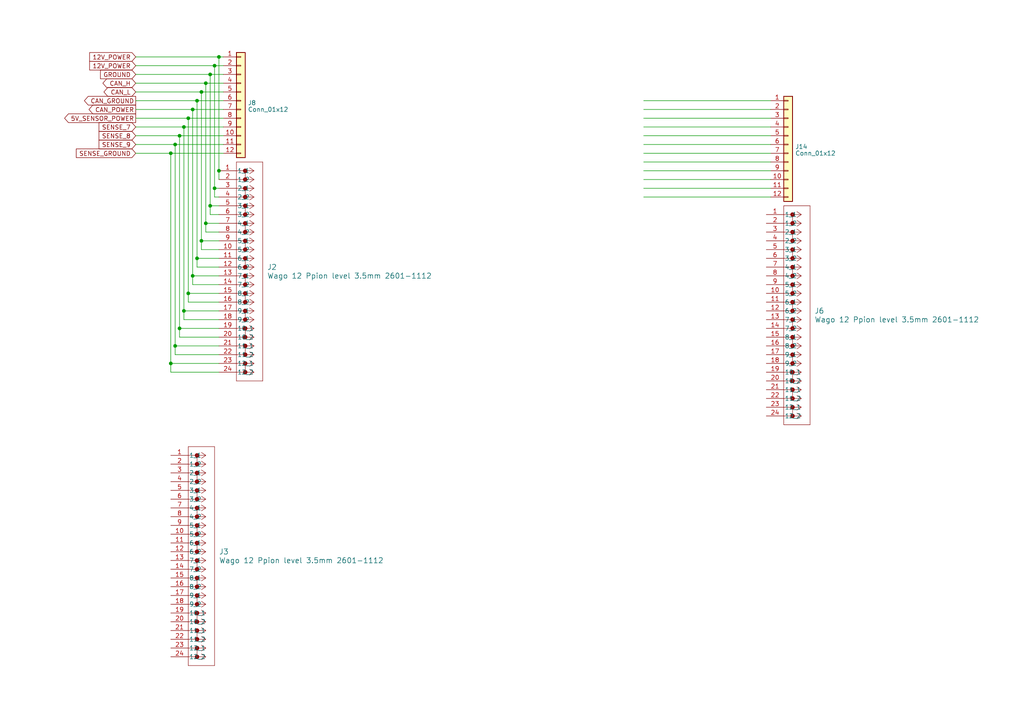
<source format=kicad_sch>
(kicad_sch (version 20250114) (generator "eeschema") (generator_version "9.0")
  (paper "A4")
  (title_block (title "l8"))
  (lib_symbols
    (symbol "Connector_Generic:Conn_01x12" (pin_names (offset 1.016) (hide yes))
      (property "Reference" "J" (at 0 15.24 0))
      (property "Value" "Conn_01x12" (at 0 -17.78 0))
      (symbol "Conn_01x12_1_1"
        (rectangle (start -1.27 13.97) (end 1.27 -16.51) (stroke (width 0.254)) (fill (type background)))
        (rectangle (start -1.27 12.827) (end 0 12.573) (stroke (width 0.1524)))
        (rectangle (start -1.27 10.287) (end 0 10.033) (stroke (width 0.1524)))
        (rectangle (start -1.27 7.747) (end 0 7.493) (stroke (width 0.1524)))
        (rectangle (start -1.27 5.207) (end 0 4.953) (stroke (width 0.1524)))
        (rectangle (start -1.27 2.667) (end 0 2.413) (stroke (width 0.1524)))
        (rectangle (start -1.27 0.127) (end 0 -0.127) (stroke (width 0.1524)))
        (rectangle (start -1.27 -2.413) (end 0 -2.667) (stroke (width 0.1524)))
        (rectangle (start -1.27 -4.953) (end 0 -5.207) (stroke (width 0.1524)))
        (rectangle (start -1.27 -7.493) (end 0 -7.747) (stroke (width 0.1524)))
        (rectangle (start -1.27 -10.033) (end 0 -10.287) (stroke (width 0.1524)))
        (rectangle (start -1.27 -12.573) (end 0 -12.827) (stroke (width 0.1524)))
        (rectangle (start -1.27 -15.113) (end 0 -15.367) (stroke (width 0.1524)))
        (pin passive line (at -5.08 12.7 0) (length 3.81) (name "Pin_1") (number "1"))
        (pin passive line (at -5.08 10.16 0) (length 3.81) (name "Pin_2") (number "2"))
        (pin passive line (at -5.08 7.62 0) (length 3.81) (name "Pin_3") (number "3"))
        (pin passive line (at -5.08 5.08 0) (length 3.81) (name "Pin_4") (number "4"))
        (pin passive line (at -5.08 2.54 0) (length 3.81) (name "Pin_5") (number "5"))
        (pin passive line (at -5.08 0 0) (length 3.81) (name "Pin_6") (number "6"))
        (pin passive line (at -5.08 -2.54 0) (length 3.81) (name "Pin_7") (number "7"))
        (pin passive line (at -5.08 -5.08 0) (length 3.81) (name "Pin_8") (number "8"))
        (pin passive line (at -5.08 -7.62 0) (length 3.81) (name "Pin_9") (number "9"))
        (pin passive line (at -5.08 -10.16 0) (length 3.81) (name "Pin_10") (number "10"))
        (pin passive line (at -5.08 -12.7 0) (length 3.81) (name "Pin_11") (number "11"))
        (pin passive line (at -5.08 -15.24 0) (length 3.81) (name "Pin_12") (number "12"))
      )
    )
    (symbol "dnt_global:Wago 12 Ppion level 3.5mm 2601-1112" (pin_names (offset 0.254))
      (property "Reference" "J" (at 8.89 6.35 0))
      (property "Value" "Wago 12 pin  1 level 3.5mm 2601-1112" (at 0 0 0))
      (symbol "Wago 12 Ppion level 3.5mm 2601-1112_1_1"
        (polyline (pts (xy 5.08 2.54) (xy 5.08 -60.96)) (stroke (width 0.127)))
        (polyline (pts (xy 5.08 -60.96) (xy 12.7 -60.96)) (stroke (width 0.127)))
        (polyline (pts (xy 7.62 0) (xy 7.62 -2.54)) (stroke (width 0.127)))
        (circle (center 7.62 0) (radius 0.127) (stroke (width 0.508)))
        (circle (center 7.62 -2.54) (radius 0.127) (stroke (width 0.508)))
        (polyline (pts (xy 7.62 -5.08) (xy 7.62 -7.62)) (stroke (width 0.127)))
        (circle (center 7.62 -5.08) (radius 0.127) (stroke (width 0.508)))
        (circle (center 7.62 -7.62) (radius 0.127) (stroke (width 0.508)))
        (polyline (pts (xy 7.62 -10.16) (xy 7.62 -12.7)) (stroke (width 0.127)))
        (circle (center 7.62 -10.16) (radius 0.127) (stroke (width 0.508)))
        (circle (center 7.62 -12.7) (radius 0.127) (stroke (width 0.508)))
        (polyline (pts (xy 7.62 -15.24) (xy 7.62 -17.78)) (stroke (width 0.127)))
        (circle (center 7.62 -15.24) (radius 0.127) (stroke (width 0.508)))
        (circle (center 7.62 -17.78) (radius 0.127) (stroke (width 0.508)))
        (polyline (pts (xy 7.62 -20.32) (xy 7.62 -22.86)) (stroke (width 0.127)))
        (circle (center 7.62 -20.32) (radius 0.127) (stroke (width 0.508)))
        (circle (center 7.62 -22.86) (radius 0.127) (stroke (width 0.508)))
        (polyline (pts (xy 7.62 -25.4) (xy 7.62 -27.94)) (stroke (width 0.127)))
        (circle (center 7.62 -25.4) (radius 0.127) (stroke (width 0.508)))
        (circle (center 7.62 -27.94) (radius 0.127) (stroke (width 0.508)))
        (polyline (pts (xy 7.62 -30.48) (xy 7.62 -33.02)) (stroke (width 0.127)))
        (circle (center 7.62 -30.48) (radius 0.127) (stroke (width 0.508)))
        (circle (center 7.62 -33.02) (radius 0.127) (stroke (width 0.508)))
        (polyline (pts (xy 7.62 -35.56) (xy 7.62 -38.1)) (stroke (width 0.127)))
        (circle (center 7.62 -35.56) (radius 0.127) (stroke (width 0.508)))
        (circle (center 7.62 -38.1) (radius 0.127) (stroke (width 0.508)))
        (polyline (pts (xy 7.62 -40.64) (xy 7.62 -43.18)) (stroke (width 0.127)))
        (circle (center 7.62 -40.64) (radius 0.127) (stroke (width 0.508)))
        (circle (center 7.62 -43.18) (radius 0.127) (stroke (width 0.508)))
        (polyline (pts (xy 7.62 -45.72) (xy 7.62 -48.26)) (stroke (width 0.127)))
        (circle (center 7.62 -45.72) (radius 0.127) (stroke (width 0.508)))
        (circle (center 7.62 -48.26) (radius 0.127) (stroke (width 0.508)))
        (polyline (pts (xy 7.62 -50.8) (xy 7.62 -53.34)) (stroke (width 0.127)))
        (circle (center 7.62 -50.8) (radius 0.127) (stroke (width 0.508)))
        (circle (center 7.62 -53.34) (radius 0.127) (stroke (width 0.508)))
        (polyline (pts (xy 7.62 -55.88) (xy 7.62 -58.42)) (stroke (width 0.127)))
        (circle (center 7.62 -55.88) (radius 0.127) (stroke (width 0.508)))
        (circle (center 7.62 -58.42) (radius 0.127) (stroke (width 0.508)))
        (polyline (pts (xy 10.16 0) (xy 5.08 0)) (stroke (width 0.127)))
        (polyline (pts (xy 10.16 0) (xy 8.89 0.8467)) (stroke (width 0.127)))
        (polyline (pts (xy 10.16 0) (xy 8.89 -0.8467)) (stroke (width 0.127)))
        (polyline (pts (xy 10.16 -2.54) (xy 5.08 -2.54)) (stroke (width 0.127)))
        (polyline (pts (xy 10.16 -2.54) (xy 8.89 -1.6933)) (stroke (width 0.127)))
        (polyline (pts (xy 10.16 -2.54) (xy 8.89 -3.3867)) (stroke (width 0.127)))
        (polyline (pts (xy 10.16 -5.08) (xy 5.08 -5.08)) (stroke (width 0.127)))
        (polyline (pts (xy 10.16 -5.08) (xy 8.89 -4.2333)) (stroke (width 0.127)))
        (polyline (pts (xy 10.16 -5.08) (xy 8.89 -5.9267)) (stroke (width 0.127)))
        (polyline (pts (xy 10.16 -7.62) (xy 5.08 -7.62)) (stroke (width 0.127)))
        (polyline (pts (xy 10.16 -7.62) (xy 8.89 -6.7733)) (stroke (width 0.127)))
        (polyline (pts (xy 10.16 -7.62) (xy 8.89 -8.4667)) (stroke (width 0.127)))
        (polyline (pts (xy 10.16 -10.16) (xy 5.08 -10.16)) (stroke (width 0.127)))
        (polyline (pts (xy 10.16 -10.16) (xy 8.89 -9.3133)) (stroke (width 0.127)))
        (polyline (pts (xy 10.16 -10.16) (xy 8.89 -11.0067)) (stroke (width 0.127)))
        (polyline (pts (xy 10.16 -12.7) (xy 5.08 -12.7)) (stroke (width 0.127)))
        (polyline (pts (xy 10.16 -12.7) (xy 8.89 -11.8533)) (stroke (width 0.127)))
        (polyline (pts (xy 10.16 -12.7) (xy 8.89 -13.5467)) (stroke (width 0.127)))
        (polyline (pts (xy 10.16 -15.24) (xy 5.08 -15.24)) (stroke (width 0.127)))
        (polyline (pts (xy 10.16 -15.24) (xy 8.89 -14.3933)) (stroke (width 0.127)))
        (polyline (pts (xy 10.16 -15.24) (xy 8.89 -16.0867)) (stroke (width 0.127)))
        (polyline (pts (xy 10.16 -17.78) (xy 5.08 -17.78)) (stroke (width 0.127)))
        (polyline (pts (xy 10.16 -17.78) (xy 8.89 -16.9333)) (stroke (width 0.127)))
        (polyline (pts (xy 10.16 -17.78) (xy 8.89 -18.6267)) (stroke (width 0.127)))
        (polyline (pts (xy 10.16 -20.32) (xy 5.08 -20.32)) (stroke (width 0.127)))
        (polyline (pts (xy 10.16 -20.32) (xy 8.89 -19.4733)) (stroke (width 0.127)))
        (polyline (pts (xy 10.16 -20.32) (xy 8.89 -21.1667)) (stroke (width 0.127)))
        (polyline (pts (xy 10.16 -22.86) (xy 5.08 -22.86)) (stroke (width 0.127)))
        (polyline (pts (xy 10.16 -22.86) (xy 8.89 -22.0133)) (stroke (width 0.127)))
        (polyline (pts (xy 10.16 -22.86) (xy 8.89 -23.7067)) (stroke (width 0.127)))
        (polyline (pts (xy 10.16 -25.4) (xy 5.08 -25.4)) (stroke (width 0.127)))
        (polyline (pts (xy 10.16 -25.4) (xy 8.89 -24.5533)) (stroke (width 0.127)))
        (polyline (pts (xy 10.16 -25.4) (xy 8.89 -26.2467)) (stroke (width 0.127)))
        (polyline (pts (xy 10.16 -27.94) (xy 5.08 -27.94)) (stroke (width 0.127)))
        (polyline (pts (xy 10.16 -27.94) (xy 8.89 -27.0933)) (stroke (width 0.127)))
        (polyline (pts (xy 10.16 -27.94) (xy 8.89 -28.7867)) (stroke (width 0.127)))
        (polyline (pts (xy 10.16 -30.48) (xy 5.08 -30.48)) (stroke (width 0.127)))
        (polyline (pts (xy 10.16 -30.48) (xy 8.89 -29.6333)) (stroke (width 0.127)))
        (polyline (pts (xy 10.16 -30.48) (xy 8.89 -31.3267)) (stroke (width 0.127)))
        (polyline (pts (xy 10.16 -33.02) (xy 5.08 -33.02)) (stroke (width 0.127)))
        (polyline (pts (xy 10.16 -33.02) (xy 8.89 -32.1733)) (stroke (width 0.127)))
        (polyline (pts (xy 10.16 -33.02) (xy 8.89 -33.8667)) (stroke (width 0.127)))
        (polyline (pts (xy 10.16 -35.56) (xy 5.08 -35.56)) (stroke (width 0.127)))
        (polyline (pts (xy 10.16 -35.56) (xy 8.89 -34.7133)) (stroke (width 0.127)))
        (polyline (pts (xy 10.16 -35.56) (xy 8.89 -36.4067)) (stroke (width 0.127)))
        (polyline (pts (xy 10.16 -38.1) (xy 5.08 -38.1)) (stroke (width 0.127)))
        (polyline (pts (xy 10.16 -38.1) (xy 8.89 -37.2533)) (stroke (width 0.127)))
        (polyline (pts (xy 10.16 -38.1) (xy 8.89 -38.9467)) (stroke (width 0.127)))
        (polyline (pts (xy 10.16 -40.64) (xy 5.08 -40.64)) (stroke (width 0.127)))
        (polyline (pts (xy 10.16 -40.64) (xy 8.89 -39.7933)) (stroke (width 0.127)))
        (polyline (pts (xy 10.16 -40.64) (xy 8.89 -41.4867)) (stroke (width 0.127)))
        (polyline (pts (xy 10.16 -43.18) (xy 5.08 -43.18)) (stroke (width 0.127)))
        (polyline (pts (xy 10.16 -43.18) (xy 8.89 -42.3333)) (stroke (width 0.127)))
        (polyline (pts (xy 10.16 -43.18) (xy 8.89 -44.0267)) (stroke (width 0.127)))
        (polyline (pts (xy 10.16 -45.72) (xy 5.08 -45.72)) (stroke (width 0.127)))
        (polyline (pts (xy 10.16 -45.72) (xy 8.89 -44.8733)) (stroke (width 0.127)))
        (polyline (pts (xy 10.16 -45.72) (xy 8.89 -46.5667)) (stroke (width 0.127)))
        (polyline (pts (xy 10.16 -48.26) (xy 5.08 -48.26)) (stroke (width 0.127)))
        (polyline (pts (xy 10.16 -48.26) (xy 8.89 -47.4133)) (stroke (width 0.127)))
        (polyline (pts (xy 10.16 -48.26) (xy 8.89 -49.1067)) (stroke (width 0.127)))
        (polyline (pts (xy 10.16 -50.8) (xy 5.08 -50.8)) (stroke (width 0.127)))
        (polyline (pts (xy 10.16 -50.8) (xy 8.89 -49.9533)) (stroke (width 0.127)))
        (polyline (pts (xy 10.16 -50.8) (xy 8.89 -51.6467)) (stroke (width 0.127)))
        (polyline (pts (xy 10.16 -53.34) (xy 5.08 -53.34)) (stroke (width 0.127)))
        (polyline (pts (xy 10.16 -53.34) (xy 8.89 -52.4933)) (stroke (width 0.127)))
        (polyline (pts (xy 10.16 -53.34) (xy 8.89 -54.1867)) (stroke (width 0.127)))
        (polyline (pts (xy 10.16 -55.88) (xy 5.08 -55.88)) (stroke (width 0.127)))
        (polyline (pts (xy 10.16 -55.88) (xy 8.89 -55.0333)) (stroke (width 0.127)))
        (polyline (pts (xy 10.16 -55.88) (xy 8.89 -56.7267)) (stroke (width 0.127)))
        (polyline (pts (xy 10.16 -58.42) (xy 5.08 -58.42)) (stroke (width 0.127)))
        (polyline (pts (xy 10.16 -58.42) (xy 8.89 -57.5733)) (stroke (width 0.127)))
        (polyline (pts (xy 10.16 -58.42) (xy 8.89 -59.2667)) (stroke (width 0.127)))
        (polyline (pts (xy 12.7 2.54) (xy 5.08 2.54)) (stroke (width 0.127)))
        (polyline (pts (xy 12.7 -60.96) (xy 12.7 2.54)) (stroke (width 0.127)))
        (pin unspecified line (at 0 0 0) (length 5.08) (name "1_1") (number "1"))
        (pin unspecified line (at 0 -2.54 0) (length 5.08) (name "1_2") (number "2"))
        (pin unspecified line (at 0 -5.08 0) (length 5.08) (name "2_1") (number "3"))
        (pin unspecified line (at 0 -7.62 0) (length 5.08) (name "2_2") (number "4"))
        (pin unspecified line (at 0 -10.16 0) (length 5.08) (name "3_1") (number "5"))
        (pin unspecified line (at 0 -12.7 0) (length 5.08) (name "3_2") (number "6"))
        (pin unspecified line (at 0 -15.24 0) (length 5.08) (name "4_1") (number "7"))
        (pin unspecified line (at 0 -17.78 0) (length 5.08) (name "4_2") (number "8"))
        (pin unspecified line (at 0 -20.32 0) (length 5.08) (name "5_1") (number "9"))
        (pin unspecified line (at 0 -22.86 0) (length 5.08) (name "5_2") (number "10"))
        (pin unspecified line (at 0 -25.4 0) (length 5.08) (name "6_1") (number "11"))
        (pin unspecified line (at 0 -27.94 0) (length 5.08) (name "6_2") (number "12"))
        (pin unspecified line (at 0 -30.48 0) (length 5.08) (name "7_1") (number "13"))
        (pin unspecified line (at 0 -33.02 0) (length 5.08) (name "7_2") (number "14"))
        (pin unspecified line (at 0 -35.56 0) (length 5.08) (name "8_1") (number "15"))
        (pin unspecified line (at 0 -38.1 0) (length 5.08) (name "8_2") (number "16"))
        (pin unspecified line (at 0 -40.64 0) (length 5.08) (name "9_1") (number "17"))
        (pin unspecified line (at 0 -43.18 0) (length 5.08) (name "9_2") (number "18"))
        (pin unspecified line (at 0 -45.72 0) (length 5.08) (name "10_1") (number "19"))
        (pin unspecified line (at 0 -48.26 0) (length 5.08) (name "10_2") (number "20"))
        (pin unspecified line (at 0 -50.8 0) (length 5.08) (name "11_1") (number "21"))
        (pin unspecified line (at 0 -53.34 0) (length 5.08) (name "11_2") (number "22"))
        (pin unspecified line (at 0 -55.88 0) (length 5.08) (name "12_1") (number "23"))
        (pin unspecified line (at 0 -58.42 0) (length 5.08) (name "12_2") (number "24"))
      )
      (symbol "Wago 12 Ppion level 3.5mm 2601-1112_1_2"
        (polyline (pts (xy 5.08 2.54) (xy 5.08 -60.96)) (stroke (width 0.127)))
        (polyline (pts (xy 5.08 -60.96) (xy 12.7 -60.96)) (stroke (width 0.127)))
        (polyline (pts (xy 7.62 0) (xy 7.62 -2.54)) (stroke (width 0.127)))
        (circle (center 7.62 0) (radius 0.127) (stroke (width 0.508)))
        (circle (center 7.62 -2.54) (radius 0.127) (stroke (width 0.508)))
        (polyline (pts (xy 7.62 -5.08) (xy 7.62 -7.62)) (stroke (width 0.127)))
        (circle (center 7.62 -5.08) (radius 0.127) (stroke (width 0.508)))
        (circle (center 7.62 -7.62) (radius 0.127) (stroke (width 0.508)))
        (polyline (pts (xy 7.62 -10.16) (xy 7.62 -12.7)) (stroke (width 0.127)))
        (circle (center 7.62 -10.16) (radius 0.127) (stroke (width 0.508)))
        (circle (center 7.62 -12.7) (radius 0.127) (stroke (width 0.508)))
        (polyline (pts (xy 7.62 -15.24) (xy 7.62 -17.78)) (stroke (width 0.127)))
        (circle (center 7.62 -15.24) (radius 0.127) (stroke (width 0.508)))
        (circle (center 7.62 -17.78) (radius 0.127) (stroke (width 0.508)))
        (polyline (pts (xy 7.62 -20.32) (xy 7.62 -22.86)) (stroke (width 0.127)))
        (circle (center 7.62 -20.32) (radius 0.127) (stroke (width 0.508)))
        (circle (center 7.62 -22.86) (radius 0.127) (stroke (width 0.508)))
        (polyline (pts (xy 7.62 -25.4) (xy 7.62 -27.94)) (stroke (width 0.127)))
        (circle (center 7.62 -25.4) (radius 0.127) (stroke (width 0.508)))
        (circle (center 7.62 -27.94) (radius 0.127) (stroke (width 0.508)))
        (polyline (pts (xy 7.62 -30.48) (xy 7.62 -33.02)) (stroke (width 0.127)))
        (circle (center 7.62 -30.48) (radius 0.127) (stroke (width 0.508)))
        (circle (center 7.62 -33.02) (radius 0.127) (stroke (width 0.508)))
        (polyline (pts (xy 7.62 -35.56) (xy 7.62 -38.1)) (stroke (width 0.127)))
        (circle (center 7.62 -35.56) (radius 0.127) (stroke (width 0.508)))
        (circle (center 7.62 -38.1) (radius 0.127) (stroke (width 0.508)))
        (polyline (pts (xy 7.62 -40.64) (xy 7.62 -43.18)) (stroke (width 0.127)))
        (circle (center 7.62 -40.64) (radius 0.127) (stroke (width 0.508)))
        (circle (center 7.62 -43.18) (radius 0.127) (stroke (width 0.508)))
        (polyline (pts (xy 7.62 -45.72) (xy 7.62 -48.26)) (stroke (width 0.127)))
        (circle (center 7.62 -45.72) (radius 0.127) (stroke (width 0.508)))
        (circle (center 7.62 -48.26) (radius 0.127) (stroke (width 0.508)))
        (polyline (pts (xy 7.62 -50.8) (xy 7.62 -53.34)) (stroke (width 0.127)))
        (circle (center 7.62 -50.8) (radius 0.127) (stroke (width 0.508)))
        (circle (center 7.62 -53.34) (radius 0.127) (stroke (width 0.508)))
        (polyline (pts (xy 7.62 -55.88) (xy 7.62 -58.42)) (stroke (width 0.127)))
        (circle (center 7.62 -55.88) (radius 0.127) (stroke (width 0.508)))
        (circle (center 7.62 -58.42) (radius 0.127) (stroke (width 0.508)))
        (polyline (pts (xy 10.16 0) (xy 5.08 0)) (stroke (width 0.127)))
        (polyline (pts (xy 10.16 0) (xy 8.89 0.8467)) (stroke (width 0.127)))
        (polyline (pts (xy 10.16 0) (xy 8.89 -0.8467)) (stroke (width 0.127)))
        (polyline (pts (xy 10.16 -2.54) (xy 5.08 -2.54)) (stroke (width 0.127)))
        (polyline (pts (xy 10.16 -2.54) (xy 8.89 -1.6933)) (stroke (width 0.127)))
        (polyline (pts (xy 10.16 -2.54) (xy 8.89 -3.3867)) (stroke (width 0.127)))
        (polyline (pts (xy 10.16 -5.08) (xy 5.08 -5.08)) (stroke (width 0.127)))
        (polyline (pts (xy 10.16 -5.08) (xy 8.89 -4.2333)) (stroke (width 0.127)))
        (polyline (pts (xy 10.16 -5.08) (xy 8.89 -5.9267)) (stroke (width 0.127)))
        (polyline (pts (xy 10.16 -7.62) (xy 5.08 -7.62)) (stroke (width 0.127)))
        (polyline (pts (xy 10.16 -7.62) (xy 8.89 -6.7733)) (stroke (width 0.127)))
        (polyline (pts (xy 10.16 -7.62) (xy 8.89 -8.4667)) (stroke (width 0.127)))
        (polyline (pts (xy 10.16 -10.16) (xy 5.08 -10.16)) (stroke (width 0.127)))
        (polyline (pts (xy 10.16 -10.16) (xy 8.89 -9.3133)) (stroke (width 0.127)))
        (polyline (pts (xy 10.16 -10.16) (xy 8.89 -11.0067)) (stroke (width 0.127)))
        (polyline (pts (xy 10.16 -12.7) (xy 5.08 -12.7)) (stroke (width 0.127)))
        (polyline (pts (xy 10.16 -12.7) (xy 8.89 -11.8533)) (stroke (width 0.127)))
        (polyline (pts (xy 10.16 -12.7) (xy 8.89 -13.5467)) (stroke (width 0.127)))
        (polyline (pts (xy 10.16 -15.24) (xy 5.08 -15.24)) (stroke (width 0.127)))
        (polyline (pts (xy 10.16 -15.24) (xy 8.89 -14.3933)) (stroke (width 0.127)))
        (polyline (pts (xy 10.16 -15.24) (xy 8.89 -16.0867)) (stroke (width 0.127)))
        (polyline (pts (xy 10.16 -17.78) (xy 5.08 -17.78)) (stroke (width 0.127)))
        (polyline (pts (xy 10.16 -17.78) (xy 8.89 -16.9333)) (stroke (width 0.127)))
        (polyline (pts (xy 10.16 -17.78) (xy 8.89 -18.6267)) (stroke (width 0.127)))
        (polyline (pts (xy 10.16 -20.32) (xy 5.08 -20.32)) (stroke (width 0.127)))
        (polyline (pts (xy 10.16 -20.32) (xy 8.89 -19.4733)) (stroke (width 0.127)))
        (polyline (pts (xy 10.16 -20.32) (xy 8.89 -21.1667)) (stroke (width 0.127)))
        (polyline (pts (xy 10.16 -22.86) (xy 5.08 -22.86)) (stroke (width 0.127)))
        (polyline (pts (xy 10.16 -22.86) (xy 8.89 -22.0133)) (stroke (width 0.127)))
        (polyline (pts (xy 10.16 -22.86) (xy 8.89 -23.7067)) (stroke (width 0.127)))
        (polyline (pts (xy 10.16 -25.4) (xy 5.08 -25.4)) (stroke (width 0.127)))
        (polyline (pts (xy 10.16 -25.4) (xy 8.89 -24.5533)) (stroke (width 0.127)))
        (polyline (pts (xy 10.16 -25.4) (xy 8.89 -26.2467)) (stroke (width 0.127)))
        (polyline (pts (xy 10.16 -27.94) (xy 5.08 -27.94)) (stroke (width 0.127)))
        (polyline (pts (xy 10.16 -27.94) (xy 8.89 -27.0933)) (stroke (width 0.127)))
        (polyline (pts (xy 10.16 -27.94) (xy 8.89 -28.7867)) (stroke (width 0.127)))
        (polyline (pts (xy 10.16 -30.48) (xy 5.08 -30.48)) (stroke (width 0.127)))
        (polyline (pts (xy 10.16 -30.48) (xy 8.89 -29.6333)) (stroke (width 0.127)))
        (polyline (pts (xy 10.16 -30.48) (xy 8.89 -31.3267)) (stroke (width 0.127)))
        (polyline (pts (xy 10.16 -33.02) (xy 5.08 -33.02)) (stroke (width 0.127)))
        (polyline (pts (xy 10.16 -33.02) (xy 8.89 -32.1733)) (stroke (width 0.127)))
        (polyline (pts (xy 10.16 -33.02) (xy 8.89 -33.8667)) (stroke (width 0.127)))
        (polyline (pts (xy 10.16 -35.56) (xy 5.08 -35.56)) (stroke (width 0.127)))
        (polyline (pts (xy 10.16 -35.56) (xy 8.89 -34.7133)) (stroke (width 0.127)))
        (polyline (pts (xy 10.16 -35.56) (xy 8.89 -36.4067)) (stroke (width 0.127)))
        (polyline (pts (xy 10.16 -38.1) (xy 5.08 -38.1)) (stroke (width 0.127)))
        (polyline (pts (xy 10.16 -38.1) (xy 8.89 -37.2533)) (stroke (width 0.127)))
        (polyline (pts (xy 10.16 -38.1) (xy 8.89 -38.9467)) (stroke (width 0.127)))
        (polyline (pts (xy 10.16 -40.64) (xy 5.08 -40.64)) (stroke (width 0.127)))
        (polyline (pts (xy 10.16 -40.64) (xy 8.89 -39.7933)) (stroke (width 0.127)))
        (polyline (pts (xy 10.16 -40.64) (xy 8.89 -41.4867)) (stroke (width 0.127)))
        (polyline (pts (xy 10.16 -43.18) (xy 5.08 -43.18)) (stroke (width 0.127)))
        (polyline (pts (xy 10.16 -43.18) (xy 8.89 -42.3333)) (stroke (width 0.127)))
        (polyline (pts (xy 10.16 -43.18) (xy 8.89 -44.0267)) (stroke (width 0.127)))
        (polyline (pts (xy 10.16 -45.72) (xy 5.08 -45.72)) (stroke (width 0.127)))
        (polyline (pts (xy 10.16 -45.72) (xy 8.89 -44.8733)) (stroke (width 0.127)))
        (polyline (pts (xy 10.16 -45.72) (xy 8.89 -46.5667)) (stroke (width 0.127)))
        (polyline (pts (xy 10.16 -48.26) (xy 5.08 -48.26)) (stroke (width 0.127)))
        (polyline (pts (xy 10.16 -48.26) (xy 8.89 -47.4133)) (stroke (width 0.127)))
        (polyline (pts (xy 10.16 -48.26) (xy 8.89 -49.1067)) (stroke (width 0.127)))
        (polyline (pts (xy 10.16 -50.8) (xy 5.08 -50.8)) (stroke (width 0.127)))
        (polyline (pts (xy 10.16 -50.8) (xy 8.89 -49.9533)) (stroke (width 0.127)))
        (polyline (pts (xy 10.16 -50.8) (xy 8.89 -51.6467)) (stroke (width 0.127)))
        (polyline (pts (xy 10.16 -53.34) (xy 5.08 -53.34)) (stroke (width 0.127)))
        (polyline (pts (xy 10.16 -53.34) (xy 8.89 -52.4933)) (stroke (width 0.127)))
        (polyline (pts (xy 10.16 -53.34) (xy 8.89 -54.1867)) (stroke (width 0.127)))
        (polyline (pts (xy 10.16 -55.88) (xy 5.08 -55.88)) (stroke (width 0.127)))
        (polyline (pts (xy 10.16 -55.88) (xy 8.89 -55.0333)) (stroke (width 0.127)))
        (polyline (pts (xy 10.16 -55.88) (xy 8.89 -56.7267)) (stroke (width 0.127)))
        (polyline (pts (xy 10.16 -58.42) (xy 5.08 -58.42)) (stroke (width 0.127)))
        (polyline (pts (xy 10.16 -58.42) (xy 8.89 -57.5733)) (stroke (width 0.127)))
        (polyline (pts (xy 10.16 -58.42) (xy 8.89 -59.2667)) (stroke (width 0.127)))
        (polyline (pts (xy 12.7 2.54) (xy 5.08 2.54)) (stroke (width 0.127)))
        (polyline (pts (xy 12.7 -60.96) (xy 12.7 2.54)) (stroke (width 0.127)))
        (pin unspecified line (at 0 0 0) (length 5.08) (name "1_1") (number "1"))
        (pin unspecified line (at 0 -2.54 0) (length 5.08) (name "1_2") (number "2"))
        (pin unspecified line (at 0 -5.08 0) (length 5.08) (name "2_1") (number "3"))
        (pin unspecified line (at 0 -7.62 0) (length 5.08) (name "2_2") (number "4"))
        (pin unspecified line (at 0 -10.16 0) (length 5.08) (name "3_1") (number "5"))
        (pin unspecified line (at 0 -12.7 0) (length 5.08) (name "3_2") (number "6"))
        (pin unspecified line (at 0 -15.24 0) (length 5.08) (name "4_1") (number "7"))
        (pin unspecified line (at 0 -17.78 0) (length 5.08) (name "4_2") (number "8"))
        (pin unspecified line (at 0 -20.32 0) (length 5.08) (name "5_1") (number "9"))
        (pin unspecified line (at 0 -22.86 0) (length 5.08) (name "5_2") (number "10"))
        (pin unspecified line (at 0 -25.4 0) (length 5.08) (name "6_1") (number "11"))
        (pin unspecified line (at 0 -27.94 0) (length 5.08) (name "6_2") (number "12"))
        (pin unspecified line (at 0 -30.48 0) (length 5.08) (name "7_1") (number "13"))
        (pin unspecified line (at 0 -33.02 0) (length 5.08) (name "7_2") (number "14"))
        (pin unspecified line (at 0 -35.56 0) (length 5.08) (name "8_1") (number "15"))
        (pin unspecified line (at 0 -38.1 0) (length 5.08) (name "8_2") (number "16"))
        (pin unspecified line (at 0 -40.64 0) (length 5.08) (name "9_1") (number "17"))
        (pin unspecified line (at 0 -43.18 0) (length 5.08) (name "9_2") (number "18"))
        (pin unspecified line (at 0 -45.72 0) (length 5.08) (name "10_1") (number "19"))
        (pin unspecified line (at 0 -48.26 0) (length 5.08) (name "10_2") (number "20"))
        (pin unspecified line (at 0 -50.8 0) (length 5.08) (name "11_1") (number "21"))
        (pin unspecified line (at 0 -53.34 0) (length 5.08) (name "11_2") (number "22"))
        (pin unspecified line (at 0 -55.88 0) (length 5.08) (name "12_1") (number "23"))
        (pin unspecified line (at 0 -58.42 0) (length 5.08) (name "12_2") (number "24"))
      )
    )
  )
  (junction (at 58.42 26.67))
  (junction (at 63.5 16.51))
  (junction (at 57.15 29.21))
  (junction (at 52.07 39.37))
  (junction (at 59.69 24.13))
  (junction (at 60.96 59.69))
  (junction (at 59.69 64.77))
  (junction (at 50.8 41.91))
  (junction (at 49.53 44.45))
  (junction (at 60.96 21.59))
  (junction (at 55.88 31.75))
  (junction (at 55.88 80.01))
  (junction (at 54.61 85.09))
  (junction (at 63.5 49.53))
  (junction (at 62.23 54.61))
  (junction (at 58.42 69.85))
  (junction (at 53.34 36.83))
  (junction (at 49.53 105.41))
  (junction (at 52.07 95.25))
  (junction (at 62.23 19.05))
  (junction (at 54.61 34.29))
  (junction (at 50.8 100.33))
  (junction (at 57.15 74.93))
  (junction (at 53.34 90.17))
  (wire (pts (xy 63.5 107.95) (xy 49.53 107.95)))
  (wire (pts (xy 64.77 34.29) (xy 54.61 34.29)))
  (wire (pts (xy 55.88 82.55) (xy 63.5 82.55)))
  (wire (pts (xy 58.42 72.39) (xy 58.42 69.85)))
  (wire (pts (xy 64.77 36.83) (xy 53.34 36.83)))
  (wire (pts (xy 64.77 16.51) (xy 63.5 16.51)))
  (wire (pts (xy 58.42 26.67) (xy 39.37 26.67)))
  (wire (pts (xy 186.69 39.37) (xy 223.52 39.37)))
  (wire (pts (xy 49.53 44.45) (xy 64.77 44.45)))
  (wire (pts (xy 58.42 72.39) (xy 63.5 72.39)))
  (wire (pts (xy 63.5 49.53) (xy 63.5 16.51)))
  (wire (pts (xy 59.69 67.31) (xy 59.69 64.77)))
  (wire (pts (xy 64.77 31.75) (xy 55.88 31.75)))
  (wire (pts (xy 57.15 74.93) (xy 63.5 74.93)))
  (wire (pts (xy 64.77 19.05) (xy 62.23 19.05)))
  (wire (pts (xy 52.07 95.25) (xy 63.5 95.25)))
  (wire (pts (xy 57.15 77.47) (xy 63.5 77.47)))
  (wire (pts (xy 54.61 34.29) (xy 39.37 34.29)))
  (wire (pts (xy 58.42 69.85) (xy 63.5 69.85)))
  (wire (pts (xy 186.69 36.83) (xy 223.52 36.83)))
  (wire (pts (xy 186.69 44.45) (xy 223.52 44.45)))
  (wire (pts (xy 186.69 34.29) (xy 223.52 34.29)))
  (wire (pts (xy 52.07 39.37) (xy 39.37 39.37)))
  (wire (pts (xy 57.15 29.21) (xy 39.37 29.21)))
  (wire (pts (xy 64.77 24.13) (xy 59.69 24.13)))
  (wire (pts (xy 186.69 41.91) (xy 223.52 41.91)))
  (wire (pts (xy 58.42 26.67) (xy 58.42 69.85)))
  (wire (pts (xy 53.34 92.71) (xy 63.5 92.71)))
  (wire (pts (xy 60.96 21.59) (xy 60.96 59.69)))
  (wire (pts (xy 53.34 92.71) (xy 53.34 90.17)))
  (wire (pts (xy 186.69 54.61) (xy 223.52 54.61)))
  (wire (pts (xy 64.77 29.21) (xy 57.15 29.21)))
  (wire (pts (xy 54.61 34.29) (xy 54.61 85.09)))
  (wire (pts (xy 50.8 102.87) (xy 50.8 100.33)))
  (wire (pts (xy 50.8 100.33) (xy 63.5 100.33)))
  (wire (pts (xy 49.53 107.95) (xy 49.53 105.41)))
  (wire (pts (xy 50.8 41.91) (xy 50.8 100.33)))
  (wire (pts (xy 186.69 49.53) (xy 223.52 49.53)))
  (wire (pts (xy 50.8 102.87) (xy 63.5 102.87)))
  (wire (pts (xy 59.69 24.13) (xy 39.37 24.13)))
  (wire (pts (xy 60.96 21.59) (xy 39.37 21.59)))
  (wire (pts (xy 186.69 52.07) (xy 223.52 52.07)))
  (wire (pts (xy 55.88 31.75) (xy 55.88 80.01)))
  (wire (pts (xy 50.8 41.91) (xy 39.37 41.91)))
  (wire (pts (xy 52.07 39.37) (xy 52.07 95.25)))
  (wire (pts (xy 55.88 31.75) (xy 39.37 31.75)))
  (wire (pts (xy 63.5 16.51) (xy 39.37 16.51)))
  (wire (pts (xy 59.69 24.13) (xy 59.69 64.77)))
  (wire (pts (xy 52.07 97.79) (xy 52.07 95.25)))
  (wire (pts (xy 63.5 54.61) (xy 62.23 54.61)))
  (wire (pts (xy 53.34 90.17) (xy 63.5 90.17)))
  (wire (pts (xy 186.69 46.99) (xy 223.52 46.99)))
  (wire (pts (xy 55.88 82.55) (xy 55.88 80.01)))
  (wire (pts (xy 64.77 41.91) (xy 50.8 41.91)))
  (wire (pts (xy 63.5 52.07) (xy 63.5 49.53)))
  (wire (pts (xy 64.77 39.37) (xy 52.07 39.37)))
  (wire (pts (xy 53.34 36.83) (xy 39.37 36.83)))
  (wire (pts (xy 60.96 62.23) (xy 63.5 62.23)))
  (wire (pts (xy 59.69 64.77) (xy 63.5 64.77)))
  (wire (pts (xy 53.34 36.83) (xy 53.34 90.17)))
  (wire (pts (xy 60.96 59.69) (xy 63.5 59.69)))
  (wire (pts (xy 60.96 62.23) (xy 60.96 59.69)))
  (wire (pts (xy 62.23 57.15) (xy 62.23 54.61)))
  (wire (pts (xy 62.23 19.05) (xy 39.37 19.05)))
  (wire (pts (xy 54.61 85.09) (xy 63.5 85.09)))
  (wire (pts (xy 49.53 105.41) (xy 63.5 105.41)))
  (wire (pts (xy 62.23 57.15) (xy 63.5 57.15)))
  (wire (pts (xy 186.69 57.15) (xy 223.52 57.15)))
  (wire (pts (xy 54.61 87.63) (xy 54.61 85.09)))
  (wire (pts (xy 39.37 44.45) (xy 49.53 44.45)))
  (wire (pts (xy 54.61 87.63) (xy 63.5 87.63)))
  (wire (pts (xy 59.69 67.31) (xy 63.5 67.31)))
  (wire (pts (xy 55.88 80.01) (xy 63.5 80.01)))
  (wire (pts (xy 49.53 44.45) (xy 49.53 105.41)))
  (wire (pts (xy 186.69 29.21) (xy 223.52 29.21)))
  (wire (pts (xy 186.69 31.75) (xy 223.52 31.75)))
  (wire (pts (xy 57.15 77.47) (xy 57.15 74.93)))
  (wire (pts (xy 64.77 26.67) (xy 58.42 26.67)))
  (wire (pts (xy 57.15 29.21) (xy 57.15 74.93)))
  (wire (pts (xy 62.23 54.61) (xy 62.23 19.05)))
  (wire (pts (xy 52.07 97.79) (xy 63.5 97.79)))
  (wire (pts (xy 64.77 21.59) (xy 60.96 21.59)))
  (global_label "CAN_POWER" (shape output) (at 39.37 31.75 180) (property "Intersheetrefs" "${INTERSHEET_REFS}" (effects (hide yes))))
  (global_label "SENSE_8" (shape input) (at 39.37 39.37 180) (property "Intersheetrefs" "${INTERSHEET_REFS}" (effects (hide yes))))
  (global_label "SENSE_7" (shape input) (at 39.37 36.83 180) (property "Intersheetrefs" "${INTERSHEET_REFS}" (effects (hide yes))))
  (global_label "CAN_H" (shape bidirectional) (at 39.37 24.13 180) (property "Intersheetrefs" "${INTERSHEET_REFS}" (effects (hide yes))))
  (global_label "12V_POWER" (shape input) (at 39.37 19.05 180) (property "Intersheetrefs" "${INTERSHEET_REFS}" (effects (hide yes))))
  (global_label "5V_SENSOR_POWER" (shape output) (at 39.37 34.29 180) (property "Intersheetrefs" "${INTERSHEET_REFS}" (effects (hide yes))))
  (global_label "12V_POWER" (shape input) (at 39.37 16.51 180) (property "Intersheetrefs" "${INTERSHEET_REFS}" (effects (hide yes))))
  (global_label "SENSE_GROUND" (shape input) (at 39.37 44.45 180) (property "Intersheetrefs" "${INTERSHEET_REFS}" (effects (hide yes))))
  (global_label "SENSE_9" (shape input) (at 39.37 41.91 180) (property "Intersheetrefs" "${INTERSHEET_REFS}" (effects (hide yes))))
  (global_label "CAN_L" (shape bidirectional) (at 39.37 26.67 180) (property "Intersheetrefs" "${INTERSHEET_REFS}" (effects (hide yes))))
  (global_label "CAN_GROUND" (shape output) (at 39.37 29.21 180) (property "Intersheetrefs" "${INTERSHEET_REFS}" (effects (hide yes))))
  (global_label "GROUND" (shape input) (at 39.37 21.59 180) (property "Intersheetrefs" "${INTERSHEET_REFS}" (effects (hide yes))))
  (symbol (lib_id "Connector_Generic:Conn_01x12") (at 228.6 41.91 0) (unit 1)
    (property "Reference" "J14" (at 230.632 42.5363 0) (effects (justify left)))
    (property "Value" "Conn_01x12" (at 230.632 44.4573 0) (effects (justify left)))
    (property "Footprint" "dnt:TE_DT15-12PC-B016" (effects (hide yes)))
    (property "Description" "Generic connector, single row, 01x12, script generated (kicad-library-utils/schlib/autogen/connector/)" (effects (hide yes)))
    (property "Digi-Key_PN" "1734-1027-ND" (effects (hide yes)))
  )
  (symbol (lib_id "dnt_global:Wago 12 Ppion level 3.5mm 2601-1112") (at 63.5 49.53 0) (unit 1)
    (property "Reference" "J2" (at 77.47 77.4699 0) (effects (font (size 1.524 1.524)) (justify left)))
    (property "Value" "Wago 12 Ppion level 3.5mm 2601-1112" (at 77.47 80.0099 0) (effects (font (size 1.524 1.524)) (justify left)))
    (property "Footprint" "dnt:2601-1112" (effects (hide yes)))
    (property "Datasheet" "2601-1112" (effects (hide yes)))
  )
  (symbol (lib_id "dnt_global:Wago 12 Ppion level 3.5mm 2601-1112") (at 222.25 62.23 0) (unit 1)
    (property "Reference" "J6" (at 236.22 90.1699 0) (effects (font (size 1.524 1.524)) (justify left)))
    (property "Value" "Wago 12 Ppion level 3.5mm 2601-1112" (at 236.22 92.7099 0) (effects (font (size 1.524 1.524)) (justify left)))
    (property "Footprint" "dnt:2601-1112" (effects (hide yes)))
    (property "Datasheet" "2601-1112" (effects (hide yes)))
  )
  (symbol (lib_id "dnt_global:Wago 12 Ppion level 3.5mm 2601-1112") (at 49.53 132.08 0) (unit 1)
    (property "Reference" "J3" (at 63.5 160.0199 0) (effects (font (size 1.524 1.524)) (justify left)))
    (property "Value" "Wago 12 Ppion level 3.5mm 2601-1112" (at 63.5 162.5599 0) (effects (font (size 1.524 1.524)) (justify left)))
    (property "Footprint" "dnt:2601-1112" (effects (hide yes)))
    (property "Datasheet" "2601-1112" (effects (hide yes)))
  )
  (symbol (lib_id "Connector_Generic:Conn_01x12") (at 69.85 29.21 0) (unit 1)
    (property "Reference" "J8" (at 71.882 29.8363 0) (effects (justify left)))
    (property "Value" "Conn_01x12" (at 71.882 31.7573 0) (effects (justify left)))
    (property "Footprint" "dnt:TE_DT15-12PC-B016" (effects (hide yes)))
    (property "Description" "Generic connector, single row, 01x12, script generated (kicad-library-utils/schlib/autogen/connector/)" (effects (hide yes)))
    (property "Digi-Key_PN" "1734-1027-ND" (effects (hide yes)))
  )
)
</source>
